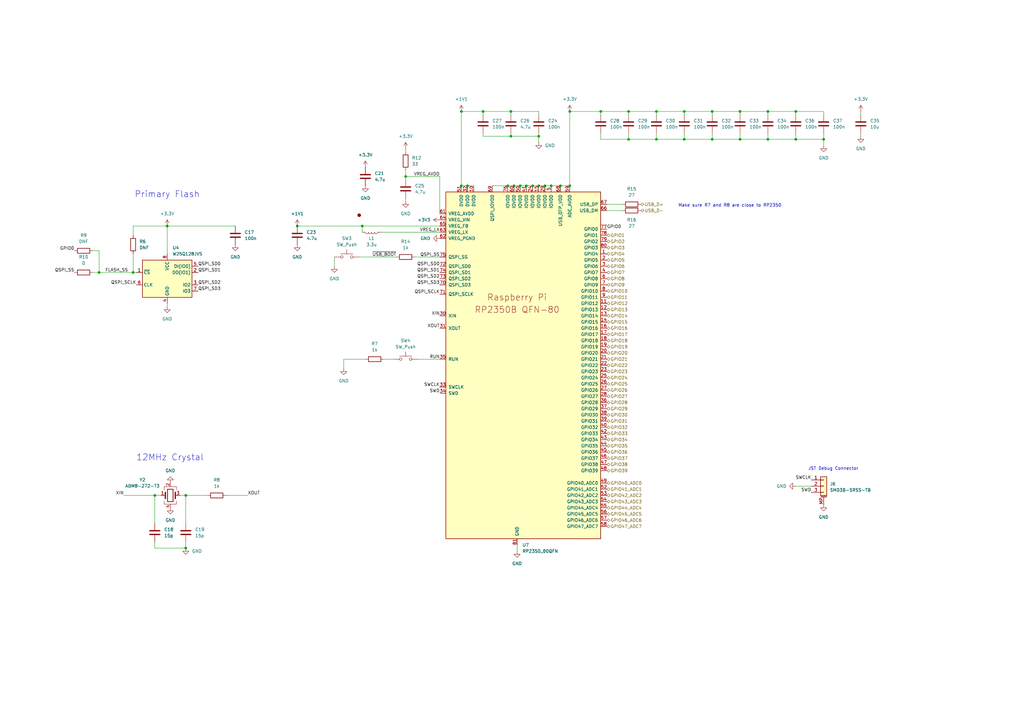
<source format=kicad_sch>
(kicad_sch (version 20250114) (generator "eeschema") (generator_version "9.0")
  (paper "A3")
  (lib_symbols
    (symbol "Connector_Generic_MountingPin:Conn_01x03_MountingPin" (pin_names (offset 1.016) (hide yes))
      (property "Reference" "J" (at 0 5.08 0))
      (property "Value" "Conn_01x03_MountingPin" (at 1.27 -5.08 0))
      (symbol "Conn_01x03_MountingPin_1_1"
        (rectangle (start -1.27 3.81) (end 1.27 -3.81) (stroke (width 0.254)) (fill (type background)))
        (rectangle (start -1.27 2.667) (end 0 2.413) (stroke (width 0.1524)))
        (rectangle (start -1.27 0.127) (end 0 -0.127) (stroke (width 0.1524)))
        (rectangle (start -1.27 -2.413) (end 0 -2.667) (stroke (width 0.1524)))
        (polyline (pts (xy -1.016 -4.572) (xy 1.016 -4.572)) (stroke (width 0.1524)))
        (text "Mounting" (at 0 -4.191 0) (effects (font (size 0.381 0.381))))
        (pin passive line (at -5.08 2.54 0) (length 3.81) (name "Pin_1") (number "1"))
        (pin passive line (at -5.08 0 0) (length 3.81) (name "Pin_2") (number "2"))
        (pin passive line (at -5.08 -2.54 0) (length 3.81) (name "Pin_3") (number "3"))
        (pin passive line (at 0 -7.62 90) (length 3.048) (name "MountPin") (number "MP"))
      )
    )
    (symbol "Device:C" (pin_numbers (hide yes)) (pin_names (offset 0.254))
      (property "Reference" "C" (at 0.635 2.54 0))
      (property "Value" "C" (at 0.635 -2.54 0))
      (symbol "C_0_1"
        (polyline (pts (xy -2.032 0.762) (xy 2.032 0.762)) (stroke (width 0.508)))
        (polyline (pts (xy -2.032 -0.762) (xy 2.032 -0.762)) (stroke (width 0.508)))
      )
      (symbol "C_1_1"
        (pin passive line (at 0 3.81 270) (length 2.794) (name "~") (number "1"))
        (pin passive line (at 0 -3.81 90) (length 2.794) (name "~") (number "2"))
      )
    )
    (symbol "Device:Crystal_GND24" (pin_names (offset 1.016) (hide yes))
      (property "Reference" "Y" (at 3.175 5.08 0))
      (property "Value" "Crystal_GND24" (at 3.175 3.175 0))
      (symbol "Crystal_GND24_0_1"
        (polyline (pts (xy -2.54 2.286) (xy -2.54 3.556) (xy 2.54 3.556) (xy 2.54 2.286)))
        (polyline (pts (xy -2.54 0) (xy -2.032 0)))
        (polyline (pts (xy -2.54 -2.286) (xy -2.54 -3.556) (xy 2.54 -3.556) (xy 2.54 -2.286)))
        (polyline (pts (xy -2.032 -1.27) (xy -2.032 1.27)) (stroke (width 0.508)))
        (rectangle (start -1.143 2.54) (end 1.143 -2.54) (stroke (width 0.3048)))
        (polyline (pts (xy 0 3.556) (xy 0 3.81)))
        (polyline (pts (xy 0 -3.81) (xy 0 -3.556)))
        (polyline (pts (xy 2.032 0) (xy 2.54 0)))
        (polyline (pts (xy 2.032 -1.27) (xy 2.032 1.27)) (stroke (width 0.508)))
      )
      (symbol "Crystal_GND24_1_1"
        (pin passive line (at -3.81 0 0) (length 1.27) (name "1") (number "1"))
        (pin passive line (at 0 5.08 270) (length 1.27) (name "2") (number "2"))
        (pin passive line (at 0 -5.08 90) (length 1.27) (name "4") (number "4"))
        (pin passive line (at 3.81 0 180) (length 1.27) (name "3") (number "3"))
      )
    )
    (symbol "Device:L" (pin_numbers (hide yes)) (pin_names (offset 1.016) (hide yes))
      (property "Reference" "L" (at -1.27 0 90))
      (property "Value" "L" (at 1.905 0 90))
      (symbol "L_0_1"
        (arc (start 0 2.54) (mid 0.6323 1.905) (end 0 1.27))
        (arc (start 0 1.27) (mid 0.6323 0.635) (end 0 0))
        (arc (start 0 0) (mid 0.6323 -0.635) (end 0 -1.27))
        (arc (start 0 -1.27) (mid 0.6323 -1.905) (end 0 -2.54))
      )
      (symbol "L_1_1"
        (pin passive line (at 0 3.81 270) (length 1.27) (name "1") (number "1"))
        (pin passive line (at 0 -3.81 90) (length 1.27) (name "2") (number "2"))
      )
    )
    (symbol "Device:R" (pin_numbers (hide yes)) (pin_names (offset 0))
      (property "Reference" "R" (at 2.032 0 90))
      (property "Value" "R" (at 0 0 90))
      (symbol "R_0_1"
        (rectangle (start -1.016 -2.54) (end 1.016 2.54) (stroke (width 0.254)))
      )
      (symbol "R_1_1"
        (pin passive line (at 0 3.81 270) (length 1.27) (name "~") (number "1"))
        (pin passive line (at 0 -3.81 90) (length 1.27) (name "~") (number "2"))
      )
    )
    (symbol "MCU_RaspberryPi_RP2350:RP2350_80QFN" (pin_names (offset 1.016))
      (property "Reference" "U" (at -29.21 49.53 0))
      (property "Value" "RP2350_80QFN" (at 25.4 -96.52 0))
      (symbol "RP2350_80QFN_0_0"
        (text "Raspberry Pi" (at 0 5.08 0) (effects (font (size 2.54 2.54))))
      )
      (symbol "RP2350_80QFN_0_1"
        (rectangle (start -29.21 48.26) (end 34.29 -93.98) (stroke (width 0.254)) (fill (type background)))
      )
      (symbol "RP2350_80QFN_1_0"
        (text "RP2350B QFN-80" (at 0 0 0) (effects (font (size 2.54 2.54))))
      )
      (symbol "RP2350_80QFN_1_1"
        (pin power_in line (at -31.75 39.37 0) (length 2.54) (name "VREG_AVDD") (number "61"))
        (pin power_in line (at -31.75 36.83 0) (length 2.54) (name "VREG_VIN") (number "64"))
        (pin input line (at -31.75 34.29 0) (length 2.54) (name "VREG_FB") (number "65"))
        (pin power_out line (at -31.75 31.75 0) (length 2.54) (name "VREG_LX") (number "63"))
        (pin power_in line (at -31.75 29.21 0) (length 2.54) (name "VREG_PGND") (number "62"))
        (pin bidirectional line (at -31.75 21.59 0) (length 2.54) (name "QSPI_SS") (number "75"))
        (pin bidirectional line (at -31.75 17.78 0) (length 2.54) (name "QSPI_SD0") (number "72"))
        (pin bidirectional line (at -31.75 15.24 0) (length 2.54) (name "QSPI_SD1") (number "74"))
        (pin bidirectional line (at -31.75 12.7 0) (length 2.54) (name "QSPI_SD2") (number "73"))
        (pin bidirectional line (at -31.75 10.16 0) (length 2.54) (name "QSPI_SD3") (number "70"))
        (pin output line (at -31.75 6.35 0) (length 2.54) (name "QSPI_SCLK") (number "71"))
        (pin input line (at -31.75 -2.54 0) (length 2.54) (name "XIN") (number "30"))
        (pin passive line (at -31.75 -7.62 0) (length 2.54) (name "XOUT") (number "31"))
        (pin input line (at -31.75 -20.32 0) (length 2.54) (name "RUN") (number "35"))
        (pin output line (at -31.75 -31.75 0) (length 2.54) (name "SWCLK") (number "33"))
        (pin bidirectional line (at -31.75 -34.29 0) (length 2.54) (name "SWD") (number "34"))
        (pin power_in line (at -22.86 50.8 270) (length 2.54) (name "DVDD") (number "51"))
        (pin power_in line (at -20.32 50.8 270) (length 2.54) (name "DVDD") (number "32"))
        (pin power_in line (at -17.78 50.8 270) (length 2.54) (name "DVDD") (number "10"))
        (pin power_in line (at -10.16 50.8 270) (length 2.54) (name "QSPI_IOVDD") (number "69"))
        (pin power_in line (at -3.81 50.8 270) (length 2.54) (name "IOVDD") (number "76"))
        (pin power_in line (at -1.27 50.8 270) (length 2.54) (name "IOVDD") (number "60"))
        (pin power_in line (at 0 -96.52 90) (length 2.54) (name "GND") (number "81"))
        (pin power_in line (at 1.27 50.8 270) (length 2.54) (name "IOVDD") (number "50"))
        (pin power_in line (at 3.81 50.8 270) (length 2.54) (name "IOVDD") (number "41"))
        (pin power_in line (at 6.35 50.8 270) (length 2.54) (name "IOVDD") (number "24"))
        (pin power_in line (at 8.89 50.8 270) (length 2.54) (name "IOVDD") (number "15"))
        (pin power_in line (at 11.43 50.8 270) (length 2.54) (name "IOVDD") (number "29"))
        (pin power_in line (at 13.97 50.8 270) (length 2.54) (name "IOVDD") (number "5"))
        (pin power_in line (at 17.78 50.8 270) (length 2.54) (name "USB_OTP_VDD") (number "68"))
        (pin power_in line (at 21.59 50.8 270) (length 2.54) (name "ADC_AVDD") (number "59"))
        (pin bidirectional line (at 36.83 43.18 180) (length 2.54) (name "USB_DP") (number "67"))
        (pin bidirectional line (at 36.83 40.64 180) (length 2.54) (name "USB_DM") (number "66"))
        (pin bidirectional line (at 36.83 33.02 180) (length 2.54) (name "GPIO0") (number "77"))
        (pin bidirectional line (at 36.83 30.48 180) (length 2.54) (name "GPIO1") (number "78"))
        (pin bidirectional line (at 36.83 27.94 180) (length 2.54) (name "GPIO2") (number "79"))
        (pin bidirectional line (at 36.83 25.4 180) (length 2.54) (name "GPIO3") (number "80"))
        (pin bidirectional line (at 36.83 22.86 180) (length 2.54) (name "GPIO4") (number "1"))
        (pin bidirectional line (at 36.83 20.32 180) (length 2.54) (name "GPIO5") (number "2"))
        (pin bidirectional line (at 36.83 17.78 180) (length 2.54) (name "GPIO6") (number "3"))
        (pin bidirectional line (at 36.83 15.24 180) (length 2.54) (name "GPIO7") (number "4"))
        (pin bidirectional line (at 36.83 12.7 180) (length 2.54) (name "GPIO8") (number "6"))
        (pin bidirectional line (at 36.83 10.16 180) (length 2.54) (name "GPIO9") (number "7"))
        (pin bidirectional line (at 36.83 7.62 180) (length 2.54) (name "GPIO10") (number "8"))
        (pin bidirectional line (at 36.83 5.08 180) (length 2.54) (name "GPIO11") (number "9"))
        (pin bidirectional line (at 36.83 2.54 180) (length 2.54) (name "GPIO12") (number "11"))
        (pin bidirectional line (at 36.83 0 180) (length 2.54) (name "GPIO13") (number "12"))
        (pin bidirectional line (at 36.83 -2.54 180) (length 2.54) (name "GPIO14") (number "13"))
        (pin bidirectional line (at 36.83 -5.08 180) (length 2.54) (name "GPIO15") (number "14"))
        (pin bidirectional line (at 36.83 -7.62 180) (length 2.54) (name "GPIO16") (number "16"))
        (pin bidirectional line (at 36.83 -10.16 180) (length 2.54) (name "GPIO17") (number "17"))
        (pin bidirectional line (at 36.83 -12.7 180) (length 2.54) (name "GPIO18") (number "18"))
        (pin bidirectional line (at 36.83 -15.24 180) (length 2.54) (name "GPIO19") (number "19"))
        (pin bidirectional line (at 36.83 -17.78 180) (length 2.54) (name "GPIO20") (number "20"))
        (pin bidirectional line (at 36.83 -20.32 180) (length 2.54) (name "GPIO21") (number "21"))
        (pin bidirectional line (at 36.83 -22.86 180) (length 2.54) (name "GPIO22") (number "22"))
        (pin bidirectional line (at 36.83 -25.4 180) (length 2.54) (name "GPIO23") (number "23"))
        (pin bidirectional line (at 36.83 -27.94 180) (length 2.54) (name "GPIO24") (number "25"))
        (pin bidirectional line (at 36.83 -30.48 180) (length 2.54) (name "GPIO25") (number "26"))
        (pin bidirectional line (at 36.83 -33.02 180) (length 2.54) (name "GPIO26") (number "27"))
        (pin bidirectional line (at 36.83 -35.56 180) (length 2.54) (name "GPIO27") (number "28"))
        (pin bidirectional line (at 36.83 -38.1 180) (length 2.54) (name "GPIO28") (number "36"))
        (pin bidirectional line (at 36.83 -40.64 180) (length 2.54) (name "GPIO29") (number "37"))
        (pin bidirectional line (at 36.83 -43.18 180) (length 2.54) (name "GPIO30") (number "38"))
        (pin bidirectional line (at 36.83 -45.72 180) (length 2.54) (name "GPIO31") (number "39"))
        (pin bidirectional line (at 36.83 -48.26 180) (length 2.54) (name "GPIO32") (number "40"))
        (pin bidirectional line (at 36.83 -50.8 180) (length 2.54) (name "GPIO33") (number "42"))
        (pin bidirectional line (at 36.83 -53.34 180) (length 2.54) (name "GPIO34") (number "43"))
        (pin bidirectional line (at 36.83 -55.88 180) (length 2.54) (name "GPIO35") (number "44"))
        (pin bidirectional line (at 36.83 -58.42 180) (length 2.54) (name "GPIO36") (number "45"))
        (pin bidirectional line (at 36.83 -60.96 180) (length 2.54) (name "GPIO37") (number "46"))
        (pin bidirectional line (at 36.83 -63.5 180) (length 2.54) (name "GPIO38") (number "47"))
        (pin bidirectional line (at 36.83 -66.04 180) (length 2.54) (name "GPIO39") (number "48"))
        (pin bidirectional line (at 36.83 -71.12 180) (length 2.54) (name "GPIO40_ADC0") (number "49"))
        (pin bidirectional line (at 36.83 -73.66 180) (length 2.54) (name "GPIO41_ADC1") (number "52"))
        (pin bidirectional line (at 36.83 -76.2 180) (length 2.54) (name "GPIO42_ADC2") (number "53"))
        (pin bidirectional line (at 36.83 -78.74 180) (length 2.54) (name "GPIO43_ADC3") (number "54"))
        (pin bidirectional line (at 36.83 -81.28 180) (length 2.54) (name "GPIO44_ADC4") (number "55"))
        (pin bidirectional line (at 36.83 -83.82 180) (length 2.54) (name "GPIO45_ADC5") (number "56"))
        (pin bidirectional line (at 36.83 -86.36 180) (length 2.54) (name "GPIO46_ADC6") (number "57"))
        (pin bidirectional line (at 36.83 -88.9 180) (length 2.54) (name "GPIO47_ADC7") (number "58"))
      )
    )
    (symbol "Memory_Flash:W25Q128JVS"
      (property "Reference" "U" (at -8.89 8.89 0))
      (property "Value" "W25Q128JVS" (at 7.62 8.89 0))
      (symbol "W25Q128JVS_0_1"
        (rectangle (start -10.16 7.62) (end 10.16 -7.62) (stroke (width 0.254)) (fill (type background)))
      )
      (symbol "W25Q128JVS_1_1"
        (pin input line (at -12.7 2.54 0) (length 2.54) (name "~{CS}") (number "1"))
        (pin input line (at -12.7 -2.54 0) (length 2.54) (name "CLK") (number "6"))
        (pin power_in line (at 0 10.16 270) (length 2.54) (name "VCC") (number "8"))
        (pin power_in line (at 0 -10.16 90) (length 2.54) (name "GND") (number "4"))
        (pin bidirectional line (at 12.7 5.08 180) (length 2.54) (name "DI(IO0)") (number "5"))
        (pin bidirectional line (at 12.7 2.54 180) (length 2.54) (name "DO(IO1)") (number "2"))
        (pin bidirectional line (at 12.7 -2.54 180) (length 2.54) (name "IO2") (number "3"))
        (pin bidirectional line (at 12.7 -5.08 180) (length 2.54) (name "IO3") (number "7"))
      )
    )
    (symbol "Switch:SW_Push" (pin_numbers (hide yes)) (pin_names (offset 1.016) (hide yes))
      (property "Reference" "SW" (at 1.27 2.54 0))
      (property "Value" "SW_Push" (at 0 -1.524 0))
      (symbol "SW_Push_0_1"
        (circle (center -2.032 0) (radius 0.508))
        (polyline (pts (xy 0 1.27) (xy 0 3.048)))
        (circle (center 2.032 0) (radius 0.508))
        (polyline (pts (xy 2.54 1.27) (xy -2.54 1.27)))
        (pin passive line (at -5.08 0 0) (length 2.54) (name "1") (number "1"))
        (pin passive line (at 5.08 0 180) (length 2.54) (name "2") (number "2"))
      )
    )
    (symbol "power:+1V1" (power) (pin_names (offset 0))
      (property "Value" "+1V1" (at 0 3.556 0))
      (symbol "+1V1_0_1"
        (polyline (pts (xy -0.762 1.27) (xy 0 2.54)))
        (polyline (pts (xy 0 2.54) (xy 0.762 1.27)))
        (polyline (pts (xy 0 0) (xy 0 2.54)))
      )
      (symbol "+1V1_1_1"
        (pin power_in line (at 0 0 90) (length 0) (hide yes) (name "+1V1") (number "1"))
      )
    )
    (symbol "power:+3.3V" (power) (pin_numbers (hide yes)) (pin_names (offset 0) (hide yes))
      (property "Value" "+3.3V" (at 0 3.556 0))
      (symbol "+3.3V_0_1"
        (polyline (pts (xy -0.762 1.27) (xy 0 2.54)))
        (polyline (pts (xy 0 2.54) (xy 0.762 1.27)))
        (polyline (pts (xy 0 0) (xy 0 2.54)))
      )
      (symbol "+3.3V_1_1"
        (pin power_in line (at 0 0 90) (length 0) (name "~") (number "1"))
      )
    )
    (symbol "power:+3V3" (power) (pin_names (offset 0))
      (property "Value" "+3V3" (at 0 3.556 0))
      (symbol "+3V3_0_1"
        (polyline (pts (xy -0.762 1.27) (xy 0 2.54)))
        (polyline (pts (xy 0 2.54) (xy 0.762 1.27)))
        (polyline (pts (xy 0 0) (xy 0 2.54)))
      )
      (symbol "+3V3_1_1"
        (pin power_in line (at 0 0 90) (length 0) (hide yes) (name "+3V3") (number "1"))
      )
    )
    (symbol "power:GND" (power) (pin_names (offset 0))
      (property "Value" "GND" (at 0 -3.81 0))
      (symbol "GND_0_1"
        (polyline (pts (xy 0 0) (xy 0 -1.27) (xy 1.27 -1.27) (xy 0 -2.54) (xy -1.27 -1.27) (xy 0 -1.27)))
      )
      (symbol "GND_1_1"
        (pin power_in line (at 0 0 270) (length 0) (hide yes) (name "GND") (number "1"))
      )
    )
  )
  (circle (center 147.32 88.265) (radius 0.635) (stroke (width 0) (color 132 0 0 1)) (fill (type color) (color 132 0 0 1)))
  (text "Make sure R7 and R8 are close to RP2350\n" (at 278.13 85.09 0) (effects (font (size 1.27 1.27)) (justify left bottom)))
  (text "JST Debug Connector" (at 331.47 193.04 0) (effects (font (size 1.27 1.27)) (justify left bottom)))
  (text "12MHz Crystal" (at 55.88 189.23 0) (effects (font (size 2.54 2.54)) (justify left bottom)))
  (text "Primary Flash" (at 68.58 81.28 0) (effects (font (size 2.54 2.54)) (justify bottom)))
  (junction (at 209.55 55.88))
  (junction (at 63.5 203.2))
  (junction (at 326.39 57.15))
  (junction (at 226.06 76.2))
  (junction (at 326.39 45.72))
  (junction (at 213.36 76.2))
  (junction (at 292.1 45.72))
  (junction (at 233.68 76.2))
  (junction (at 218.44 76.2))
  (junction (at 54.61 111.76))
  (junction (at 246.38 45.72))
  (junction (at 76.2 224.79))
  (junction (at 166.37 72.39))
  (junction (at 280.67 57.15))
  (junction (at 121.92 92.71))
  (junction (at 233.68 45.72))
  (junction (at 257.81 57.15))
  (junction (at 191.77 76.2))
  (junction (at 303.53 45.72))
  (junction (at 220.98 55.88))
  (junction (at 148.59 92.71))
  (junction (at 314.96 57.15))
  (junction (at 208.28 76.2))
  (junction (at 269.24 45.72))
  (junction (at 40.64 111.76))
  (junction (at 68.58 92.71))
  (junction (at 210.82 76.2))
  (junction (at 215.9 76.2))
  (junction (at 269.24 57.15))
  (junction (at 223.52 76.2))
  (junction (at 76.2 203.2))
  (junction (at 314.96 45.72))
  (junction (at 229.87 76.2))
  (junction (at 292.1 57.15))
  (junction (at 280.67 45.72))
  (junction (at 220.98 76.2))
  (junction (at 257.81 45.72))
  (junction (at 303.53 57.15))
  (junction (at 189.23 76.2))
  (junction (at 209.55 45.72))
  (junction (at 198.12 45.72))
  (junction (at 337.82 57.15))
  (junction (at 189.23 45.72))
  (wire (pts (xy 280.67 46.99) (xy 280.67 45.72)))
  (wire (pts (xy 157.48 147.32) (xy 161.29 147.32)))
  (wire (pts (xy 248.92 83.82) (xy 255.27 83.82)))
  (wire (pts (xy 68.58 92.71) (xy 68.58 104.14)))
  (wire (pts (xy 63.5 214.63) (xy 63.5 203.2)))
  (wire (pts (xy 140.97 147.32) (xy 140.97 151.13)))
  (wire (pts (xy 54.61 96.52) (xy 54.61 92.71)))
  (wire (pts (xy 68.58 124.46) (xy 68.58 125.73)))
  (wire (pts (xy 269.24 45.72) (xy 280.67 45.72)))
  (wire (pts (xy 257.81 45.72) (xy 269.24 45.72)))
  (wire (pts (xy 303.53 46.99) (xy 303.53 45.72)))
  (wire (pts (xy 303.53 45.72) (xy 314.96 45.72)))
  (wire (pts (xy 269.24 54.61) (xy 269.24 57.15)))
  (wire (pts (xy 314.96 57.15) (xy 303.53 57.15)))
  (wire (pts (xy 198.12 55.88) (xy 198.12 54.61)))
  (wire (pts (xy 212.09 223.52) (xy 212.09 226.06)))
  (wire (pts (xy 220.98 76.2) (xy 223.52 76.2)))
  (wire (pts (xy 303.53 57.15) (xy 292.1 57.15)))
  (wire (pts (xy 269.24 57.15) (xy 257.81 57.15)))
  (wire (pts (xy 326.39 45.72) (xy 337.82 45.72)))
  (wire (pts (xy 63.5 203.2) (xy 50.8 203.2)))
  (wire (pts (xy 209.55 54.61) (xy 209.55 55.88)))
  (wire (pts (xy 76.2 203.2) (xy 85.09 203.2)))
  (wire (pts (xy 147.32 105.41) (xy 162.56 105.41)))
  (wire (pts (xy 246.38 45.72) (xy 257.81 45.72)))
  (wire (pts (xy 213.36 76.2) (xy 215.9 76.2)))
  (wire (pts (xy 201.93 76.2) (xy 208.28 76.2)))
  (wire (pts (xy 229.87 76.2) (xy 233.68 76.2)))
  (wire (pts (xy 280.67 45.72) (xy 292.1 45.72)))
  (wire (pts (xy 233.68 45.72) (xy 246.38 45.72)))
  (wire (pts (xy 337.82 57.15) (xy 337.82 59.69)))
  (wire (pts (xy 198.12 46.99) (xy 198.12 45.72)))
  (wire (pts (xy 63.5 224.79) (xy 76.2 224.79)))
  (wire (pts (xy 223.52 76.2) (xy 226.06 76.2)))
  (wire (pts (xy 191.77 76.2) (xy 189.23 76.2)))
  (wire (pts (xy 314.96 54.61) (xy 314.96 57.15)))
  (wire (pts (xy 166.37 62.23) (xy 166.37 60.96)))
  (wire (pts (xy 76.2 214.63) (xy 76.2 203.2)))
  (wire (pts (xy 121.92 92.71) (xy 148.59 92.71)))
  (wire (pts (xy 148.59 92.71) (xy 180.34 92.71)))
  (wire (pts (xy 314.96 46.99) (xy 314.96 45.72)))
  (wire (pts (xy 40.64 111.76) (xy 54.61 111.76)))
  (wire (pts (xy 220.98 46.99) (xy 220.98 45.72)))
  (wire (pts (xy 337.82 57.15) (xy 326.39 57.15)))
  (wire (pts (xy 280.67 54.61) (xy 280.67 57.15)))
  (wire (pts (xy 191.77 76.2) (xy 194.31 76.2)))
  (wire (pts (xy 180.34 72.39) (xy 180.34 87.63)))
  (wire (pts (xy 332.74 199.39) (xy 326.39 199.39)))
  (wire (pts (xy 209.55 55.88) (xy 198.12 55.88)))
  (wire (pts (xy 220.98 54.61) (xy 220.98 55.88)))
  (wire (pts (xy 269.24 46.99) (xy 269.24 45.72)))
  (wire (pts (xy 292.1 46.99) (xy 292.1 45.72)))
  (wire (pts (xy 68.58 92.71) (xy 96.52 92.71)))
  (wire (pts (xy 209.55 46.99) (xy 209.55 45.72)))
  (wire (pts (xy 337.82 46.99) (xy 337.82 45.72)))
  (wire (pts (xy 257.81 54.61) (xy 257.81 57.15)))
  (wire (pts (xy 246.38 54.61) (xy 246.38 57.15)))
  (wire (pts (xy 292.1 57.15) (xy 280.67 57.15)))
  (wire (pts (xy 92.71 203.2) (xy 101.6 203.2)))
  (wire (pts (xy 166.37 82.55) (xy 166.37 81.28)))
  (wire (pts (xy 218.44 76.2) (xy 220.98 76.2)))
  (wire (pts (xy 326.39 46.99) (xy 326.39 45.72)))
  (wire (pts (xy 353.06 45.72) (xy 353.06 46.99)))
  (wire (pts (xy 54.61 104.14) (xy 54.61 111.76)))
  (wire (pts (xy 337.82 54.61) (xy 337.82 57.15)))
  (wire (pts (xy 156.21 95.25) (xy 180.34 95.25)))
  (wire (pts (xy 215.9 76.2) (xy 218.44 76.2)))
  (wire (pts (xy 292.1 54.61) (xy 292.1 57.15)))
  (wire (pts (xy 257.81 57.15) (xy 246.38 57.15)))
  (wire (pts (xy 54.61 92.71) (xy 68.58 92.71)))
  (wire (pts (xy 257.81 46.99) (xy 257.81 45.72)))
  (wire (pts (xy 209.55 45.72) (xy 198.12 45.72)))
  (wire (pts (xy 226.06 76.2) (xy 229.87 76.2)))
  (wire (pts (xy 166.37 72.39) (xy 166.37 73.66)))
  (wire (pts (xy 326.39 54.61) (xy 326.39 57.15)))
  (wire (pts (xy 137.16 105.41) (xy 137.16 109.22)))
  (wire (pts (xy 149.86 147.32) (xy 140.97 147.32)))
  (wire (pts (xy 326.39 57.15) (xy 314.96 57.15)))
  (wire (pts (xy 303.53 54.61) (xy 303.53 57.15)))
  (wire (pts (xy 166.37 72.39) (xy 180.34 72.39)))
  (wire (pts (xy 248.92 86.36) (xy 255.27 86.36)))
  (wire (pts (xy 166.37 69.85) (xy 166.37 72.39)))
  (wire (pts (xy 38.1 102.87) (xy 40.64 102.87)))
  (wire (pts (xy 246.38 46.99) (xy 246.38 45.72)))
  (wire (pts (xy 220.98 55.88) (xy 220.98 58.42)))
  (wire (pts (xy 73.66 203.2) (xy 76.2 203.2)))
  (wire (pts (xy 54.61 111.76) (xy 55.88 111.76)))
  (wire (pts (xy 63.5 222.25) (xy 63.5 224.79)))
  (wire (pts (xy 353.06 54.61) (xy 353.06 55.88)))
  (wire (pts (xy 148.59 92.71) (xy 148.59 95.25)))
  (wire (pts (xy 189.23 45.72) (xy 189.23 76.2)))
  (wire (pts (xy 280.67 57.15) (xy 269.24 57.15)))
  (wire (pts (xy 314.96 45.72) (xy 326.39 45.72)))
  (wire (pts (xy 220.98 45.72) (xy 209.55 45.72)))
  (wire (pts (xy 208.28 76.2) (xy 210.82 76.2)))
  (wire (pts (xy 171.45 147.32) (xy 180.34 147.32)))
  (wire (pts (xy 292.1 45.72) (xy 303.53 45.72)))
  (wire (pts (xy 76.2 222.25) (xy 76.2 224.79)))
  (wire (pts (xy 198.12 45.72) (xy 189.23 45.72)))
  (wire (pts (xy 38.1 111.76) (xy 40.64 111.76)))
  (wire (pts (xy 210.82 76.2) (xy 213.36 76.2)))
  (wire (pts (xy 220.98 55.88) (xy 209.55 55.88)))
  (wire (pts (xy 170.18 105.41) (xy 180.34 105.41)))
  (wire (pts (xy 40.64 102.87) (xy 40.64 111.76)))
  (wire (pts (xy 233.68 45.72) (xy 233.68 76.2)))
  (wire (pts (xy 63.5 203.2) (xy 66.04 203.2)))
  (label "SWD" (at 180.34 161.29 180))
  (label "GPIO0" (at 248.92 93.98 0))
  (label "QSPI_SD2" (at 81.28 116.84 0))
  (label "XIN" (at 180.34 129.54 180))
  (label "QSPI_SD3" (at 180.34 116.84 180))
  (label "QSPI_SCLK" (at 55.88 116.84 180))
  (label "VREG_AVDD" (at 180.34 72.39 180))
  (label "XOUT" (at 101.6 203.2 0))
  (label "QSPI_SS" (at 180.34 105.41 180))
  (label "XOUT" (at 180.34 134.62 180))
  (label "QSPI_SD1" (at 81.28 111.76 0))
  (label "SWCLK" (at 180.34 158.75 180))
  (label "QSPI_SD3" (at 81.28 119.38 0))
  (label "SWD" (at 332.74 201.93 180))
  (label "GPIO0" (at 30.48 102.87 180))
  (label "FLASH_SS" (at 43.18 111.76 0))
  (label "QSPI_SCLK" (at 180.34 120.65 180))
  (label "QSPI_SD0" (at 180.34 109.22 180))
  (label "VREG_LX" (at 180.34 95.25 180))
  (label "XIN" (at 50.8 203.2 180))
  (label "QSPI_SD1" (at 180.34 111.76 180))
  (label "RUN" (at 180.34 147.32 180))
  (label "SWCLK" (at 332.74 196.85 180))
  (label "QSPI_SS" (at 30.48 111.76 180))
  (label "QSPI_SD0" (at 81.28 109.22 0))
  (label "~{USB_BOOT}" (at 162.56 105.41 180))
  (label "QSPI_SD2" (at 180.34 114.3 180))
  (hierarchical_label "GPIO46_ADC6" (shape bidirectional) (at 248.92 213.36 0))
  (hierarchical_label "GPIO37" (shape bidirectional) (at 248.92 187.96 0))
  (hierarchical_label "GPIO22" (shape bidirectional) (at 248.92 149.86 0))
  (hierarchical_label "GPIO3" (shape bidirectional) (at 248.92 101.6 0))
  (hierarchical_label "GPIO39" (shape bidirectional) (at 248.92 193.04 0))
  (hierarchical_label "GPIO16" (shape bidirectional) (at 248.92 134.62 0))
  (hierarchical_label "GPIO33" (shape bidirectional) (at 248.92 177.8 0))
  (hierarchical_label "GPIO9" (shape bidirectional) (at 248.92 116.84 0))
  (hierarchical_label "USB_D+" (shape bidirectional) (at 262.89 83.82 0))
  (hierarchical_label "GPIO7" (shape bidirectional) (at 248.92 111.76 0))
  (hierarchical_label "GPIO44_ADC4" (shape bidirectional) (at 248.92 208.28 0))
  (hierarchical_label "GPIO18" (shape bidirectional) (at 248.92 139.7 0))
  (hierarchical_label "GPIO8" (shape bidirectional) (at 248.92 114.3 0))
  (hierarchical_label "GPIO28" (shape bidirectional) (at 248.92 165.1 0))
  (hierarchical_label "GPIO40_ADC0" (shape bidirectional) (at 248.92 198.12 0))
  (hierarchical_label "GPIO45_ADC5" (shape bidirectional) (at 248.92 210.82 0))
  (hierarchical_label "GPIO42_ADC2" (shape bidirectional) (at 248.92 203.2 0))
  (hierarchical_label "GPIO29" (shape bidirectional) (at 248.92 167.64 0))
  (hierarchical_label "GPIO15" (shape bidirectional) (at 248.92 132.08 0))
  (hierarchical_label "GPIO6" (shape bidirectional) (at 248.92 109.22 0))
  (hierarchical_label "GPIO5" (shape bidirectional) (at 248.92 106.68 0))
  (hierarchical_label "GPIO14" (shape bidirectional) (at 248.92 129.54 0))
  (hierarchical_label "GPIO43_ADC3" (shape bidirectional) (at 248.92 205.74 0))
  (hierarchical_label "GPIO17" (shape bidirectional) (at 248.92 137.16 0))
  (hierarchical_label "GPIO30" (shape bidirectional) (at 248.92 170.18 0))
  (hierarchical_label "GPIO4" (shape bidirectional) (at 248.92 104.14 0))
  (hierarchical_label "GPIO34" (shape bidirectional) (at 248.92 180.34 0))
  (hierarchical_label "GPIO38" (shape bidirectional) (at 248.92 190.5 0))
  (hierarchical_label "GPIO31" (shape bidirectional) (at 248.92 172.72 0))
  (hierarchical_label "GPIO24" (shape bidirectional) (at 248.92 154.94 0))
  (hierarchical_label "GPIO1" (shape bidirectional) (at 248.92 96.52 0))
  (hierarchical_label "GPIO12" (shape bidirectional) (at 248.92 124.46 0))
  (hierarchical_label "GPIO2" (shape bidirectional) (at 248.92 99.06 0))
  (hierarchical_label "GPIO23" (shape bidirectional) (at 248.92 152.4 0))
  (hierarchical_label "GPIO20" (shape bidirectional) (at 248.92 144.78 0))
  (hierarchical_label "GPIO27" (shape bidirectional) (at 248.92 162.56 0))
  (hierarchical_label "GPIO36" (shape bidirectional) (at 248.92 185.42 0))
  (hierarchical_label "GPIO32" (shape bidirectional) (at 248.92 175.26 0))
  (hierarchical_label "GPIO19" (shape bidirectional) (at 248.92 142.24 0))
  (hierarchical_label "GPIO35" (shape bidirectional) (at 248.92 182.88 0))
  (hierarchical_label "GPIO11" (shape bidirectional) (at 248.92 121.92 0))
  (hierarchical_label "GPIO10" (shape bidirectional) (at 248.92 119.38 0))
  (hierarchical_label "GPIO41_ADC1" (shape bidirectional) (at 248.92 200.66 0))
  (hierarchical_label "USB_D-" (shape bidirectional) (at 262.89 86.36 0))
  (hierarchical_label "GPIO21" (shape bidirectional) (at 248.92 147.32 0))
  (hierarchical_label "GPIO26" (shape bidirectional) (at 248.92 160.02 0))
  (hierarchical_label "GPIO47_ADC7" (shape bidirectional) (at 248.92 215.9 0))
  (hierarchical_label "GPIO25" (shape bidirectional) (at 248.92 157.48 0))
  (hierarchical_label "GPIO13" (shape bidirectional) (at 248.92 127 0))
  (symbol (lib_id "power:GND") (at 76.2 224.79 0) (unit 1)
    (property "Reference" "#PWR043" (effects (hide yes)))
    (property "Value" "GND" (at 78.74 226.0599 0) (effects (justify left)))
  )
  (symbol (lib_id "power:GND") (at 68.58 125.73 0) (unit 1)
    (property "Reference" "#PWR037" (effects (hide yes)))
    (property "Value" "GND" (at 68.58 130.81 0))
  )
  (symbol (lib_id "power:GND") (at 96.52 100.33 0) (unit 1)
    (property "Reference" "#PWR040" (effects (hide yes)))
    (property "Value" "GND" (at 96.52 105.41 0))
  )
  (symbol (lib_id "power:GND") (at 212.09 226.06 0) (unit 1)
    (property "Reference" "#PWR056" (effects (hide yes)))
    (property "Value" "GND" (at 212.09 231.14 0))
  )
  (symbol (lib_id "Device:R") (at 259.08 83.82 90) (mirror x) (unit 1)
    (property "Reference" "R15" (at 259.08 77.47 90))
    (property "Value" "27" (at 259.08 80.01 90))
    (property "Footprint" "Resistor_SMD:R_0402_1005Metric" (effects (hide yes)))
  )
  (symbol (lib_id "Device:R") (at 259.08 86.36 270) (unit 1)
    (property "Reference" "R16" (at 259.08 90.17 90))
    (property "Value" "27" (at 259.08 92.71 90))
    (property "Footprint" "Resistor_SMD:R_0402_1005Metric" (effects (hide yes)))
  )
  (symbol (lib_id "Device:C") (at 292.1 50.8 0) (unit 1)
    (property "Reference" "C32" (at 295.91 49.5299 0) (effects (justify left)))
    (property "Value" "100n" (at 295.91 52.0699 0) (effects (justify left)))
    (property "Footprint" "Capacitor_SMD:C_0402_1005Metric" (effects (hide yes)))
  )
  (symbol (lib_id "Device:C") (at 303.53 50.8 0) (unit 1)
    (property "Reference" "C33" (at 307.34 49.5299 0) (effects (justify left)))
    (property "Value" "100n" (at 307.34 52.0699 0) (effects (justify left)))
    (property "Footprint" "Capacitor_SMD:C_0402_1005Metric" (effects (hide yes)))
  )
  (symbol (lib_id "Device:C") (at 314.96 50.8 0) (unit 1)
    (property "Reference" "C34" (at 318.77 49.5299 0) (effects (justify left)))
    (property "Value" "100n" (at 318.77 52.0699 0) (effects (justify left)))
    (property "Footprint" "Capacitor_SMD:C_0402_1005Metric" (effects (hide yes)))
  )
  (symbol (lib_id "Device:C") (at 326.39 50.8 0) (unit 1)
    (property "Reference" "C36" (at 330.2 49.5299 0) (effects (justify left)))
    (property "Value" "100n" (at 330.2 52.0699 0) (effects (justify left)))
    (property "Footprint" "Capacitor_SMD:C_0402_1005Metric" (effects (hide yes)))
  )
  (symbol (lib_id "Device:C") (at 353.06 50.8 0) (unit 1)
    (property "Reference" "C35" (at 356.87 49.5299 0) (effects (justify left)))
    (property "Value" "10u" (at 356.87 52.0699 0) (effects (justify left)))
    (property "Footprint" "Capacitor_SMD:C_0805_2012Metric" (effects (hide yes)))
  )
  (symbol (lib_id "power:GND") (at 353.06 55.88 0) (unit 1)
    (property "Reference" "#PWR059" (effects (hide yes)))
    (property "Value" "GND" (at 353.06 60.96 0))
  )
  (symbol (lib_id "Device:C") (at 149.86 72.39 0) (unit 1)
    (property "Reference" "C21" (at 153.67 71.1199 0) (effects (justify left)))
    (property "Value" "4.7u" (at 153.67 73.6599 0) (effects (justify left)))
    (property "Footprint" "RP2350_80QFN_minimal:C_0402_1005Metric_small_pads" (effects (hide yes)))
  )
  (symbol (lib_id "Memory_Flash:W25Q128JVS") (at 68.58 114.3 0) (unit 1)
    (property "Reference" "U4" (at 70.7233 101.6 0) (effects (justify left)))
    (property "Value" "W25Q128JVS" (at 70.7233 104.14 0) (effects (justify left)))
    (property "Footprint" "Package_SO:SOIC-8_5.23x5.23mm_P1.27mm" (effects (hide yes)))
    (property "Datasheet" "http://www.winbond.com/resource-files/w25q128jv_dtr%20revc%2003272018%20plus.pdf" (effects (hide yes)))
  )
  (symbol (lib_id "power:GND") (at 180.34 97.79 270) (mirror x) (unit 1)
    (property "Reference" "#PWR064" (effects (hide yes)))
    (property "Value" "GND" (at 176.53 97.7899 90) (effects (justify right)))
  )
  (symbol (lib_id "power:GND") (at 137.16 109.22 0) (unit 1)
    (property "Reference" "#PWR052" (effects (hide yes)))
    (property "Value" "GND" (at 137.16 114.3 0))
  )
  (symbol (lib_id "power:GND") (at 337.82 207.01 0) (mirror y) (unit 1)
    (property "Reference" "#PWR062" (effects (hide yes)))
    (property "Value" "GND" (at 337.82 212.09 0))
  )
  (symbol (lib_id "power:GND") (at 337.82 59.69 0) (mirror y) (unit 1)
    (property "Reference" "#PWR060" (effects (hide yes)))
    (property "Value" "GND" (at 337.82 64.77 0))
  )
  (symbol (lib_id "MCU_RaspberryPi_RP2350:RP2350_80QFN") (at 212.09 127 0) (unit 1)
    (property "Reference" "U7" (at 214.2333 223.52 0) (effects (justify left)))
    (property "Value" "RP2350_80QFN" (at 214.2333 226.06 0) (effects (justify left)))
    (property "Footprint" "RP2350_80QFN_minimal:RP2350-QFN-80-1EP_10x10_P0.4mm_EP3.4x3.4mm_ThermalVias" (effects (hide yes)))
  )
  (symbol (lib_id "Device:C") (at 121.92 96.52 0) (unit 1)
    (property "Reference" "C23" (at 125.73 95.2499 0) (effects (justify left)))
    (property "Value" "4.7u" (at 125.73 97.7899 0) (effects (justify left)))
    (property "Footprint" "RP2350_80QFN_minimal:C_0402_1005Metric_small_pads" (effects (hide yes)))
  )
  (symbol (lib_id "Device:C") (at 337.82 50.8 0) (unit 1)
    (property "Reference" "C37" (at 341.63 49.5299 0) (effects (justify left)))
    (property "Value" "100n" (at 341.63 52.0699 0) (effects (justify left)))
    (property "Footprint" "Capacitor_SMD:C_0402_1005Metric" (effects (hide yes)))
  )
  (symbol (lib_id "Device:C") (at 280.67 50.8 0) (unit 1)
    (property "Reference" "C31" (at 284.48 49.5299 0) (effects (justify left)))
    (property "Value" "100n" (at 284.48 52.0699 0) (effects (justify left)))
    (property "Footprint" "Capacitor_SMD:C_0402_1005Metric" (effects (hide yes)))
  )
  (symbol (lib_id "power:+1V1") (at 121.92 92.71 0) (unit 1)
    (property "Reference" "#PWR051" (effects (hide yes)))
    (property "Value" "+1V1" (at 121.92 87.63 0))
  )
  (symbol (lib_id "power:GND") (at 69.85 208.28 0) (unit 1)
    (property "Reference" "#PWR046" (effects (hide yes)))
    (property "Value" "GND" (at 69.85 213.36 0))
  )
  (symbol (lib_id "Device:C") (at 166.37 77.47 0) (unit 1)
    (property "Reference" "C25" (at 170.18 76.1999 0) (effects (justify left)))
    (property "Value" "4.7u" (at 170.18 78.7399 0) (effects (justify left)))
    (property "Footprint" "Capacitor_SMD:C_0402_1005Metric" (effects (hide yes)))
  )
  (symbol (lib_id "Device:C") (at 257.81 50.8 0) (unit 1)
    (property "Reference" "C29" (at 261.62 49.5299 0) (effects (justify left)))
    (property "Value" "100n" (at 261.62 52.0699 0) (effects (justify left)))
    (property "Footprint" "Capacitor_SMD:C_0402_1005Metric" (effects (hide yes)))
  )
  (symbol (lib_id "Device:R") (at 34.29 102.87 90) (unit 1)
    (property "Reference" "R9" (at 34.29 96.52 90))
    (property "Value" "DNF" (at 34.29 99.06 90))
    (property "Footprint" "Resistor_SMD:R_0402_1005Metric" (effects (hide yes)))
  )
  (symbol (lib_id "Device:C") (at 246.38 50.8 0) (unit 1)
    (property "Reference" "C28" (at 250.19 49.5299 0) (effects (justify left)))
    (property "Value" "100n" (at 250.19 52.0699 0) (effects (justify left)))
    (property "Footprint" "Capacitor_SMD:C_0402_1005Metric" (effects (hide yes)))
  )
  (symbol (lib_id "power:+3V3") (at 180.34 90.17 90) (unit 1)
    (property "Reference" "#PWR065" (effects (hide yes)))
    (property "Value" "+3V3" (at 176.53 90.1699 90) (effects (justify left)))
  )
  (symbol (lib_id "Device:L") (at 152.4 95.25 270) (unit 1)
    (property "Reference" "L1" (at 152.4 97.79 90))
    (property "Value" "3.3u" (at 152.4 100.33 90))
    (property "Footprint" "RP2350_80QFN_minimal:L_pol_2016" (effects (hide yes)))
  )
  (symbol (lib_id "power:GND") (at 220.98 58.42 0) (mirror y) (unit 1)
    (property "Reference" "#PWR053" (effects (hide yes)))
    (property "Value" "GND" (at 223.52 59.6899 0) (effects (justify right)))
  )
  (symbol (lib_id "power:+3.3V") (at 68.58 92.71 0) (unit 1)
    (property "Reference" "#PWR068" (effects (hide yes)))
    (property "Value" "+3.3V" (at 68.58 87.63 0))
    (property "Description" "Power symbol creates a global label with name \"+3.3V\"" (effects (hide yes)))
  )
  (symbol (lib_id "power:GND") (at 326.39 199.39 270) (mirror x) (unit 1)
    (property "Reference" "#PWR063" (effects (hide yes)))
    (property "Value" "GND" (at 322.58 199.3899 90) (effects (justify right)))
  )
  (symbol (lib_id "Device:C") (at 269.24 50.8 0) (unit 1)
    (property "Reference" "C30" (at 273.05 49.5299 0) (effects (justify left)))
    (property "Value" "100n" (at 273.05 52.0699 0) (effects (justify left)))
    (property "Footprint" "Capacitor_SMD:C_0402_1005Metric" (effects (hide yes)))
  )
  (symbol (lib_id "Switch:SW_Push") (at 166.37 147.32 0) (unit 1)
    (property "Reference" "SW4" (at 166.37 139.7 0))
    (property "Value" "SW_Push" (at 166.37 142.24 0))
    (property "Footprint" "Button_Switch_SMD:SW_Push_1P1T_NO_Vertical_Wuerth_434133025816" (effects (hide yes)))
  )
  (symbol (lib_id "Device:Crystal_GND24") (at 69.85 203.2 0) (unit 1)
    (property "Reference" "Y2" (at 58.42 196.7798 0))
    (property "Value" "ABM8-272-T3" (at 58.42 199.3198 0))
    (property "Footprint" "Crystal:Crystal_SMD_3225-4Pin_3.2x2.5mm" (effects (hide yes)))
  )
  (symbol (lib_id "power:+3.3V") (at 233.68 45.72 0) (unit 1)
    (property "Reference" "#PWR071" (effects (hide yes)))
    (property "Value" "+3.3V" (at 233.68 40.64 0))
    (property "Description" "Power symbol creates a global label with name \"+3.3V\"" (effects (hide yes)))
  )
  (symbol (lib_id "power:GND") (at 149.86 76.2 0) (mirror y) (unit 1)
    (property "Reference" "#PWR048" (effects (hide yes)))
    (property "Value" "GND" (at 149.86 81.28 0))
  )
  (symbol (lib_id "Device:R") (at 34.29 111.76 90) (unit 1)
    (property "Reference" "R10" (at 34.29 105.41 90))
    (property "Value" "0" (at 34.29 107.95 90))
    (property "Footprint" "Resistor_SMD:R_0402_1005Metric" (effects (hide yes)))
  )
  (symbol (lib_id "Device:C") (at 220.98 50.8 0) (mirror y) (unit 1)
    (property "Reference" "C24" (at 224.79 49.5299 0) (effects (justify right)))
    (property "Value" "100n" (at 224.79 52.0699 0) (effects (justify right)))
    (property "Footprint" "Capacitor_SMD:C_0402_1005Metric" (effects (hide yes)))
  )
  (symbol (lib_id "power:+1V1") (at 189.23 45.72 0) (unit 1)
    (property "Reference" "#PWR055" (effects (hide yes)))
    (property "Value" "+1V1" (at 189.23 40.64 0))
  )
  (symbol (lib_id "Device:R") (at 153.67 147.32 270) (unit 1)
    (property "Reference" "R7" (at 153.67 140.97 90))
    (property "Value" "1k" (at 153.67 143.51 90))
    (property "Footprint" "Resistor_SMD:R_0402_1005Metric" (effects (hide yes)))
  )
  (symbol (lib_id "Switch:SW_Push") (at 142.24 105.41 0) (unit 1)
    (property "Reference" "SW3" (at 142.24 97.79 0))
    (property "Value" "SW_Push" (at 142.24 100.33 0))
    (property "Footprint" "Button_Switch_SMD:SW_Push_1P1T_NO_Vertical_Wuerth_434133025816" (effects (hide yes)))
  )
  (symbol (lib_id "Device:C") (at 209.55 50.8 0) (unit 1)
    (property "Reference" "C26" (at 213.36 49.5299 0) (effects (justify left)))
    (property "Value" "4.7u" (at 213.36 52.0699 0) (effects (justify left)))
    (property "Footprint" "Capacitor_SMD:C_0402_1005Metric" (effects (hide yes)))
  )
  (symbol (lib_id "power:GND") (at 121.92 100.33 0) (mirror y) (unit 1)
    (property "Reference" "#PWR067" (effects (hide yes)))
    (property "Value" "GND" (at 121.92 105.41 0))
  )
  (symbol (lib_id "Device:R") (at 166.37 105.41 270) (unit 1)
    (property "Reference" "R14" (at 166.37 99.06 90))
    (property "Value" "1k" (at 166.37 101.6 90))
    (property "Footprint" "Resistor_SMD:R_0402_1005Metric" (effects (hide yes)))
  )
  (symbol (lib_id "Device:R") (at 88.9 203.2 270) (unit 1)
    (property "Reference" "R8" (at 88.9 196.85 90))
    (property "Value" "1k" (at 88.9 199.39 90))
    (property "Footprint" "Resistor_SMD:R_0402_1005Metric" (effects (hide yes)))
  )
  (symbol (lib_id "Connector_Generic_MountingPin:Conn_01x03_MountingPin") (at 337.82 199.39 0) (unit 1)
    (property "Reference" "J6" (at 340.36 198.4755 0) (effects (justify left)))
    (property "Value" "SM03B-SRSS-TB" (at 340.36 201.0155 0) (effects (justify left)))
    (property "Footprint" "Connector_JST:JST_SH_SM03B-SRSS-TB_1x03-1MP_P1.00mm_Horizontal" (effects (hide yes)))
  )
  (symbol (lib_id "Device:R") (at 54.61 100.33 0) (mirror y) (unit 1)
    (property "Reference" "R6" (at 57.15 99.0599 0) (effects (justify right)))
    (property "Value" "DNF" (at 57.15 101.5999 0) (effects (justify right)))
    (property "Footprint" "Resistor_SMD:R_0402_1005Metric" (effects (hide yes)))
  )
  (symbol (lib_id "Device:C") (at 63.5 218.44 0) (mirror y) (unit 1)
    (property "Reference" "C18" (at 67.31 217.1699 0) (effects (justify right)))
    (property "Value" "15p" (at 67.31 219.7099 0) (effects (justify right)))
    (property "Footprint" "Capacitor_SMD:C_0402_1005Metric" (effects (hide yes)))
  )
  (symbol (lib_id "Device:R") (at 166.37 66.04 0) (unit 1)
    (property "Reference" "R12" (at 168.91 64.7699 0) (effects (justify left)))
    (property "Value" "33" (at 168.91 67.3099 0) (effects (justify left)))
    (property "Footprint" "Resistor_SMD:R_0402_1005Metric" (effects (hide yes)))
  )
  (symbol (lib_id "Device:C") (at 96.52 96.52 0) (unit 1)
    (property "Reference" "C17" (at 100.33 95.2499 0) (effects (justify left)))
    (property "Value" "100n" (at 100.33 97.7899 0) (effects (justify left)))
    (property "Footprint" "Capacitor_SMD:C_0402_1005Metric" (effects (hide yes)))
  )
  (symbol (lib_id "power:+3.3V") (at 166.37 60.96 0) (unit 1)
    (property "Reference" "#PWR070" (effects (hide yes)))
    (property "Value" "+3.3V" (at 166.37 55.88 0))
    (property "Description" "Power symbol creates a global label with name \"+3.3V\"" (effects (hide yes)))
  )
  (symbol (lib_id "power:+3.3V") (at 353.06 45.72 0) (unit 1)
    (property "Reference" "#PWR072" (effects (hide yes)))
    (property "Value" "+3.3V" (at 353.06 40.64 0))
    (property "Description" "Power symbol creates a global label with name \"+3.3V\"" (effects (hide yes)))
  )
  (symbol (lib_id "power:+3.3V") (at 149.86 68.58 0) (unit 1)
    (property "Reference" "#PWR069" (effects (hide yes)))
    (property "Value" "+3.3V" (at 149.86 63.5 0))
    (property "Description" "Power symbol creates a global label with name \"+3.3V\"" (effects (hide yes)))
  )
  (symbol (lib_id "power:GND") (at 166.37 82.55 0) (unit 1)
    (property "Reference" "#PWR054" (effects (hide yes)))
    (property "Value" "GND" (at 166.37 87.63 0))
  )
  (symbol (lib_id "power:GND") (at 140.97 151.13 0) (unit 1)
    (property "Reference" "#PWR050" (effects (hide yes)))
    (property "Value" "GND" (at 140.97 156.21 0))
  )
  (symbol (lib_id "Device:C") (at 198.12 50.8 0) (unit 1)
    (property "Reference" "C27" (at 201.93 49.5299 0) (effects (justify left)))
    (property "Value" "100n" (at 201.93 52.0699 0) (effects (justify left)))
    (property "Footprint" "Capacitor_SMD:C_0402_1005Metric" (effects (hide yes)))
  )
  (symbol (lib_id "Device:C") (at 76.2 218.44 0) (unit 1)
    (property "Reference" "C19" (at 80.01 217.1699 0) (effects (justify left)))
    (property "Value" "15p" (at 80.01 219.7099 0) (effects (justify left)))
    (property "Footprint" "Capacitor_SMD:C_0402_1005Metric" (effects (hide yes)))
  )
  (symbol (lib_id "power:GND") (at 69.85 198.12 180) (unit 1)
    (property "Reference" "#PWR049" (effects (hide yes)))
    (property "Value" "GND" (at 69.85 193.04 0))
  )
)
</source>
